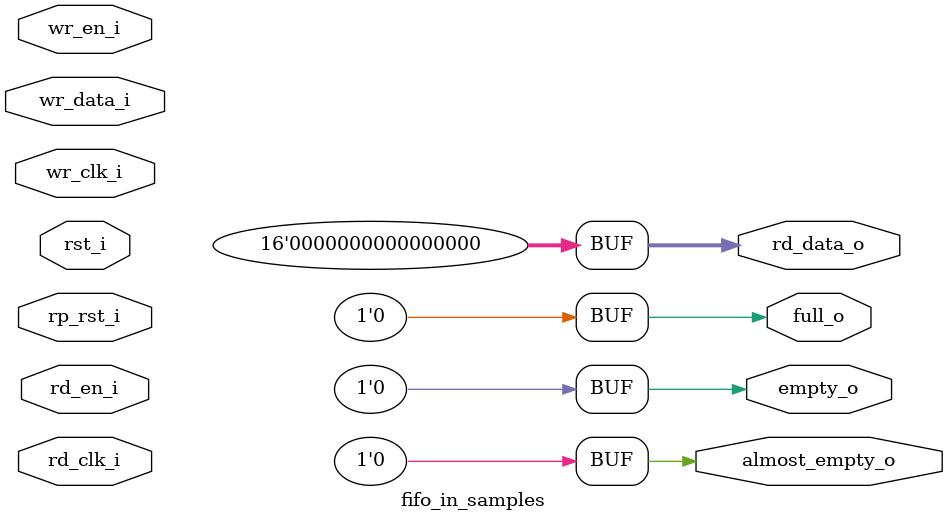
<source format=v>
module fifo_in_samples(	// file.cleaned.mlir:2:3
  input         wr_clk_i,	// file.cleaned.mlir:2:33
                rd_clk_i,	// file.cleaned.mlir:2:52
                rst_i,	// file.cleaned.mlir:2:71
                rp_rst_i,	// file.cleaned.mlir:2:87
                wr_en_i,	// file.cleaned.mlir:2:106
                rd_en_i,	// file.cleaned.mlir:2:124
  input  [15:0] wr_data_i,	// file.cleaned.mlir:2:142
  output        full_o,	// file.cleaned.mlir:2:164
                empty_o,	// file.cleaned.mlir:2:181
                almost_empty_o,	// file.cleaned.mlir:2:199
  output [15:0] rd_data_o	// file.cleaned.mlir:2:224
);

  assign full_o = 1'h0;	// file.cleaned.mlir:3:14, :5:5
  assign empty_o = 1'h0;	// file.cleaned.mlir:3:14, :5:5
  assign almost_empty_o = 1'h0;	// file.cleaned.mlir:3:14, :5:5
  assign rd_data_o = 16'h0;	// file.cleaned.mlir:4:15, :5:5
endmodule


</source>
